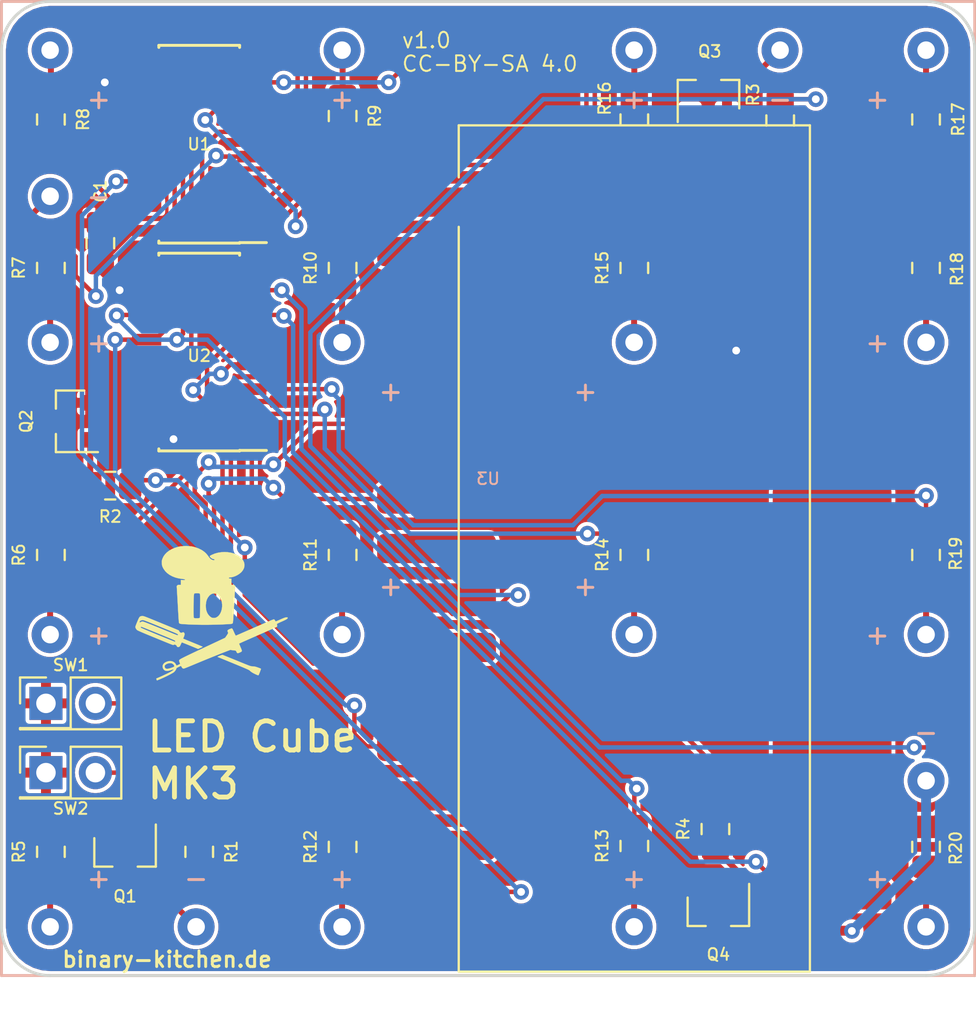
<source format=kicad_pcb>
(kicad_pcb (version 20171130) (host pcbnew 5.0.1)
  (layers (0 F.Cu signal) (31 B.Cu signal) (34 B.Paste user) (35 F.Paste user) (36 B.SilkS user) (37 F.SilkS user) (38 B.Mask user) (39 F.Mask user) (44 Edge.Cuts user))
  (net 0 "")
  (net 1 "Net-(A1-Pad1)")
  (net 2 +3V3)
  (net 3 "Net-(A1-Pad2)")
  (net 4 "Net-(A1-Pad18)")
  (net 5 "Net-(A1-Pad3)")
  (net 6 "Net-(A1-Pad19)")
  (net 7 GND)
  (net 8 "Net-(A1-Pad20)")
  (net 9 "Net-(A1-Pad21)")
  (net 10 "Net-(A1-Pad6)")
  (net 11 "Net-(A1-Pad22)")
  (net 12 "Net-(A1-Pad23)")
  (net 13 "Net-(A1-Pad24)")
  (net 14 "Net-(A1-Pad25)")
  (net 15 "Net-(A1-Pad26)")
  (net 16 +5V)
  (net 17 "Net-(A1-Pad28)")
  (net 18 "Net-(A1-Pad13)")
  (net 19 "Net-(A1-Pad14)")
  (net 20 "Net-(A1-Pad30)")
  (net 21 "Net-(Q1-Pad1)")
  (net 22 "Net-(Q1-Pad3)")
  (net 23 "Net-(Q2-Pad3)")
  (net 24 "Net-(Q2-Pad1)")
  (net 25 "Net-(Q3-Pad1)")
  (net 26 "Net-(Q3-Pad3)")
  (net 27 "Net-(Q4-Pad3)")
  (net 28 "Net-(Q4-Pad1)")
  (net 29 "Net-(R5-Pad1)")
  (net 30 "Net-(R6-Pad1)")
  (net 31 "Net-(R7-Pad1)")
  (net 32 "Net-(R8-Pad1)")
  (net 33 "Net-(R9-Pad1)")
  (net 34 "Net-(R10-Pad1)")
  (net 35 "Net-(R11-Pad1)")
  (net 36 "Net-(R12-Pad1)")
  (net 37 "Net-(R13-Pad1)")
  (net 38 "Net-(R14-Pad1)")
  (net 39 "Net-(R15-Pad1)")
  (net 40 "Net-(R16-Pad1)")
  (net 41 "Net-(R17-Pad1)")
  (net 42 "Net-(R18-Pad1)")
  (net 43 "Net-(R19-Pad1)")
  (net 44 "Net-(R20-Pad1)")
  (net 45 "Net-(U2-Pad9)")
  (net 46 /mosi)
  (net 47 /sr_latch)
  (net 48 /cathode4_enable)
  (net 49 /cathode3_enable)
  (net 50 /cathode2_enable)
  (net 51 /cathode1_enable)
  (net 52 /power_sw)
  (net 53 /scrclk)
  (net 54 /QH*)
  (net 55 LED_1)
  (net 56 LED_2)
  (net 57 LED_3)
  (net 58 LED_4)
  (net 59 LED_5)
  (net 60 LED_6)
  (net 61 LED_7)
  (net 62 LED_8)
  (net 63 LED_9)
  (net 64 LED_10)
  (net 65 LED_11)
  (net 66 LED_12)
  (net 67 LED_13)
  (net 68 LED_14)
  (net 69 LED_15)
  (net 70 /mode_sw)
  (net 71 LED_16)
  (module LED-Cube_MK3:Kitchen_LOGO (layer F.Cu) (at 30.795 46.3945)
    (fp_text reference G*** hide)
    (fp_text value Kitchen_LOGO hide)
  )
  (module LED-Cube_MK3:LED_Cube_5mm_4x4x4 (layer B.Cu) (at 45 40)
    (fp_text reference U3 (at 0 -0.5) (layer B.SilkS) (effects (font (size 0.6 0.6) (thickness 0.1)) (justify mirror)))
    (fp_text value LED_Cube_5mm_4x4x4)
    (fp_text user + (at -20 7.5) (layer B.SilkS) (effects (justify mirror)))
    (fp_text user + (at -20 20) (layer B.SilkS) (effects (justify mirror)))
    (fp_text user + (at -7.5 20) (layer B.SilkS) (effects (justify mirror)))
    (fp_text user + (at 7.5 20) (layer B.SilkS) (effects (justify mirror)))
    (fp_text user + (at 20 20) (layer B.SilkS) (effects (justify mirror)))
    (fp_text user + (at 20 7.5) (layer B.SilkS) (effects (justify mirror)))
    (fp_text user + (at 5 5) (layer B.SilkS) (effects (justify mirror)))
    (fp_text user + (at -5 5) (layer B.SilkS) (effects (justify mirror)))
    (fp_text user + (at -7.5 -20) (layer B.SilkS) (effects (justify mirror)))
    (fp_text user + (at -20 -7.5) (layer B.SilkS) (effects (justify mirror)))
    (fp_text user + (at -5 -5) (layer B.SilkS) (effects (justify mirror)))
    (fp_text user + (at 20 -20) (layer B.SilkS) (effects (justify mirror)))
    (fp_text user + (at -20 -20) (layer B.SilkS) (effects (justify mirror)))
    (fp_text user + (at 5 -5) (layer B.SilkS) (effects (justify mirror)))
    (fp_text user + (at 7.5 -20) (layer B.SilkS) (effects (justify mirror)))
    (fp_text user + (at 20 -7.5) (layer B.SilkS) (effects (justify mirror)))
    (fp_text user - (at 15 -20) (layer B.SilkS) (effects (justify mirror)))
    (fp_text user - (at 22.5 12.5) (layer B.SilkS) (effects (justify mirror)))
    (fp_text user - (at -15 20) (layer B.SilkS) (effects (justify mirror)))
    (fp_text user - (at -20 -15) (layer B.SilkS) (effects (justify mirror)))
    (pad 18 thru_hole circle (at -22.5 -15) (size 1.9 1.9) (drill 0.9) (layers *.Cu *.Mask) (net 23 "Net-(Q2-Pad3)"))
    (pad 17 thru_hole circle (at -15 22.5) (size 1.9 1.9) (drill 0.9) (layers *.Cu *.Mask) (net 22 "Net-(Q1-Pad3)"))
    (pad 20 thru_hole circle (at 22.5 15) (size 1.9 1.9) (drill 0.9) (layers *.Cu *.Mask) (net 27 "Net-(Q4-Pad3)"))
    (pad 19 thru_hole circle (at 15 -22.5) (size 1.9 1.9) (drill 0.9) (layers *.Cu *.Mask) (net 26 "Net-(Q3-Pad3)"))
    (pad 13 thru_hole circle (at 22.5 -22.5) (size 1.9 1.9) (drill 0.9) (layers *.Cu *.Mask) (net 41 "Net-(R17-Pad1)"))
    (pad 12 thru_hole circle (at 7.5 -22.5) (size 1.9 1.9) (drill 0.9) (layers *.Cu *.Mask) (net 40 "Net-(R16-Pad1)"))
    (pad 5 thru_hole circle (at -7.5 -22.5) (size 1.9 1.9) (drill 0.9) (layers *.Cu *.Mask) (net 33 "Net-(R9-Pad1)"))
    (pad 4 thru_hole circle (at -22.5 -22.5) (size 1.9 1.9) (drill 0.9) (layers *.Cu *.Mask) (net 32 "Net-(R8-Pad1)"))
    (pad 1 thru_hole circle (at -22.5 22.5) (size 1.9 1.9) (drill 0.9) (layers *.Cu *.Mask) (net 29 "Net-(R5-Pad1)"))
    (pad 8 thru_hole circle (at -7.5 22.5) (size 1.9 1.9) (drill 0.9) (layers *.Cu *.Mask) (net 36 "Net-(R12-Pad1)"))
    (pad 9 thru_hole circle (at 7.5 22.5) (size 1.9 1.9) (drill 0.9) (layers *.Cu *.Mask) (net 37 "Net-(R13-Pad1)"))
    (pad 16 thru_hole circle (at 22.5 22.5) (size 1.9 1.9) (drill 0.9) (layers *.Cu *.Mask) (net 44 "Net-(R20-Pad1)"))
    (pad 15 thru_hole circle (at 22.5 7.5) (size 1.9 1.9) (drill 0.9) (layers *.Cu *.Mask) (net 43 "Net-(R19-Pad1)"))
    (pad 10 thru_hole circle (at 7.5 7.5) (size 1.9 1.9) (drill 0.9) (layers *.Cu *.Mask) (net 38 "Net-(R14-Pad1)"))
    (pad 7 thru_hole circle (at -7.5 7.5) (size 1.9 1.9) (drill 0.9) (layers *.Cu *.Mask) (net 35 "Net-(R11-Pad1)"))
    (pad 2 thru_hole circle (at -22.5 7.5) (size 1.9 1.9) (drill 0.9) (layers *.Cu *.Mask) (net 30 "Net-(R6-Pad1)"))
    (pad 3 thru_hole circle (at -22.5 -7.5) (size 1.9 1.9) (drill 0.9) (layers *.Cu *.Mask) (net 31 "Net-(R7-Pad1)"))
    (pad 14 thru_hole circle (at 22.5 -7.5) (size 1.9 1.9) (drill 0.9) (layers *.Cu *.Mask) (net 42 "Net-(R18-Pad1)"))
    (pad 11 thru_hole circle (at 7.5 -7.5) (size 1.9 1.9) (drill 0.9) (layers *.Cu *.Mask) (net 39 "Net-(R15-Pad1)"))
    (pad 6 thru_hole circle (at -7.5 -7.5) (size 1.9 1.9) (drill 0.9) (layers *.Cu *.Mask) (net 34 "Net-(R10-Pad1)"))
  )
  (module Capacitor_SMD:C_0805_2012Metric_Pad1.15x1.40mm_HandSolder (layer F.Cu) (at 25.08 27.408 90)
    (fp_text reference C1 (at 2.667 0 90) (layer F.SilkS) (effects (font (size 0.6 0.6) (thickness 0.1))))
    (fp_text value C)
    (pad 2 smd roundrect (at 1.025 0 90) (size 1.15 1.4) (layers F.Cu F.Paste F.Mask) (roundrect_rratio 0.217391) (net 7 GND))
    (pad 1 smd roundrect (at -1.025 0 90) (size 1.15 1.4) (layers F.Cu F.Paste F.Mask) (roundrect_rratio 0.217391) (net 16 +5V))
  )
  (module Package_TO_SOT_SMD:SOT-23 (layer F.Cu) (at 26.35 58.65 270)
    (fp_text reference Q1 (at 2.286 0) (layer F.SilkS) (effects (font (size 0.6 0.6) (thickness 0.1))))
    (fp_text value 2N7002)
    (pad 3 smd rect (at 1 0 270) (size 0.9 0.8) (layers F.Cu F.Paste F.Mask) (net 22 "Net-(Q1-Pad3)"))
    (pad 2 smd rect (at -1 0.95 270) (size 0.9 0.8) (layers F.Cu F.Paste F.Mask) (net 7 GND))
    (pad 1 smd rect (at -1 -0.95 270) (size 0.9 0.8) (layers F.Cu F.Paste F.Mask) (net 21 "Net-(Q1-Pad1)"))
  )
  (module Package_TO_SOT_SMD:SOT-23 (layer F.Cu) (at 23.556 36.552 180)
    (fp_text reference Q2 (at 2.286 0 270) (layer F.SilkS) (effects (font (size 0.6 0.6) (thickness 0.1))))
    (fp_text value 2N7002)
    (pad 3 smd rect (at 1 0 180) (size 0.9 0.8) (layers F.Cu F.Paste F.Mask) (net 23 "Net-(Q2-Pad3)"))
    (pad 2 smd rect (at -1 0.95 180) (size 0.9 0.8) (layers F.Cu F.Paste F.Mask) (net 7 GND))
    (pad 1 smd rect (at -1 -0.95 180) (size 0.9 0.8) (layers F.Cu F.Paste F.Mask) (net 24 "Net-(Q2-Pad1)"))
  )
  (module Package_TO_SOT_SMD:SOT-23 (layer F.Cu) (at 56.322 19.788 90)
    (fp_text reference Q3 (at 2.2225 0.0635 180) (layer F.SilkS) (effects (font (size 0.6 0.6) (thickness 0.1))))
    (fp_text value 2N7002)
    (pad 3 smd rect (at 1 0 90) (size 0.9 0.8) (layers F.Cu F.Paste F.Mask) (net 26 "Net-(Q3-Pad3)"))
    (pad 2 smd rect (at -1 0.95 90) (size 0.9 0.8) (layers F.Cu F.Paste F.Mask) (net 7 GND))
    (pad 1 smd rect (at -1 -0.95 90) (size 0.9 0.8) (layers F.Cu F.Paste F.Mask) (net 25 "Net-(Q3-Pad1)"))
  )
  (module Package_TO_SOT_SMD:SOT-23 (layer F.Cu) (at 56.83 61.698 270)
    (fp_text reference Q4 (at 2.2225 0) (layer F.SilkS) (effects (font (size 0.6 0.6) (thickness 0.1))))
    (fp_text value 2N7002)
    (pad 3 smd rect (at 1 0 270) (size 0.9 0.8) (layers F.Cu F.Paste F.Mask) (net 27 "Net-(Q4-Pad3)"))
    (pad 2 smd rect (at -1 0.95 270) (size 0.9 0.8) (layers F.Cu F.Paste F.Mask) (net 7 GND))
    (pad 1 smd rect (at -1 -0.95 270) (size 0.9 0.8) (layers F.Cu F.Paste F.Mask) (net 28 "Net-(Q4-Pad1)"))
  )
  (module Resistor_SMD:R_0805_2012Metric_Pad1.15x1.40mm_HandSolder (layer F.Cu) (at 30.16 58.65 270)
    (fp_text reference R1 (at 0 -1.65 270) (layer F.SilkS) (effects (font (size 0.6 0.6) (thickness 0.1))))
    (fp_text value R)
    (pad 2 smd roundrect (at 1.025 0 270) (size 1.15 1.4) (layers F.Cu F.Paste F.Mask) (roundrect_rratio 0.217391) (net 48 /cathode4_enable))
    (pad 1 smd roundrect (at -1.025 0 270) (size 1.15 1.4) (layers F.Cu F.Paste F.Mask) (roundrect_rratio 0.217391) (net 21 "Net-(Q1-Pad1)"))
  )
  (module Resistor_SMD:R_0805_2012Metric_Pad1.15x1.40mm_HandSolder (layer F.Cu) (at 25.588 39.854)
    (fp_text reference R2 (at 0 1.5875) (layer F.SilkS) (effects (font (size 0.6 0.6) (thickness 0.1))))
    (fp_text value R)
    (pad 2 smd roundrect (at 1.025 0) (size 1.15 1.4) (layers F.Cu F.Paste F.Mask) (roundrect_rratio 0.217391) (net 49 /cathode3_enable))
    (pad 1 smd roundrect (at -1.025 0) (size 1.15 1.4) (layers F.Cu F.Paste F.Mask) (roundrect_rratio 0.217391) (net 24 "Net-(Q2-Pad1)"))
  )
  (module Resistor_SMD:R_0805_2012Metric_Pad1.15x1.40mm_HandSolder (layer F.Cu) (at 60.005 21.1088 90)
    (fp_text reference R3 (at 1.3208 -1.397 90) (layer F.SilkS) (effects (font (size 0.6 0.6) (thickness 0.1))))
    (fp_text value R)
    (pad 2 smd roundrect (at 1.025 0 90) (size 1.15 1.4) (layers F.Cu F.Paste F.Mask) (roundrect_rratio 0.217391) (net 50 /cathode2_enable))
    (pad 1 smd roundrect (at -1.025 0 90) (size 1.15 1.4) (layers F.Cu F.Paste F.Mask) (roundrect_rratio 0.217391) (net 25 "Net-(Q3-Pad1)"))
  )
  (module Resistor_SMD:R_0805_2012Metric_Pad1.15x1.40mm_HandSolder (layer F.Cu) (at 56.6776 57.4816 90)
    (fp_text reference R4 (at 0 -1.65 90) (layer F.SilkS) (effects (font (size 0.6 0.6) (thickness 0.1))))
    (fp_text value R)
    (pad 2 smd roundrect (at 1.025 0 90) (size 1.15 1.4) (layers F.Cu F.Paste F.Mask) (roundrect_rratio 0.217391) (net 51 /cathode1_enable))
    (pad 1 smd roundrect (at -1.025 0 90) (size 1.15 1.4) (layers F.Cu F.Paste F.Mask) (roundrect_rratio 0.217391) (net 28 "Net-(Q4-Pad1)"))
  )
  (module Resistor_SMD:R_0805_2012Metric_Pad1.15x1.40mm_HandSolder (layer F.Cu) (at 22.54 58.65 90)
    (fp_text reference R5 (at 0 -1.65 90) (layer F.SilkS) (effects (font (size 0.6 0.6) (thickness 0.1))))
    (fp_text value R)
    (pad 2 smd roundrect (at 1.025 0 90) (size 1.15 1.4) (layers F.Cu F.Paste F.Mask) (roundrect_rratio 0.217391) (net 67 LED_13))
    (pad 1 smd roundrect (at -1.025 0 90) (size 1.15 1.4) (layers F.Cu F.Paste F.Mask) (roundrect_rratio 0.217391) (net 29 "Net-(R5-Pad1)"))
  )
  (module Resistor_SMD:R_0805_2012Metric_Pad1.15x1.40mm_HandSolder (layer F.Cu) (at 22.54 43.41 90)
    (fp_text reference R6 (at 0 -1.65 90) (layer F.SilkS) (effects (font (size 0.6 0.6) (thickness 0.1))))
    (fp_text value R)
    (pad 2 smd roundrect (at 1.025 0 90) (size 1.15 1.4) (layers F.Cu F.Paste F.Mask) (roundrect_rratio 0.217391) (net 63 LED_9))
    (pad 1 smd roundrect (at -1.025 0 90) (size 1.15 1.4) (layers F.Cu F.Paste F.Mask) (roundrect_rratio 0.217391) (net 30 "Net-(R6-Pad1)"))
  )
  (module Resistor_SMD:R_0805_2012Metric_Pad1.15x1.40mm_HandSolder (layer F.Cu) (at 22.54 28.678 90)
    (fp_text reference R7 (at 0 -1.65 90) (layer F.SilkS) (effects (font (size 0.6 0.6) (thickness 0.1))))
    (fp_text value R)
    (pad 2 smd roundrect (at 1.025 0 90) (size 1.15 1.4) (layers F.Cu F.Paste F.Mask) (roundrect_rratio 0.217391) (net 59 LED_5))
    (pad 1 smd roundrect (at -1.025 0 90) (size 1.15 1.4) (layers F.Cu F.Paste F.Mask) (roundrect_rratio 0.217391) (net 31 "Net-(R7-Pad1)"))
  )
  (module Resistor_SMD:R_0805_2012Metric_Pad1.15x1.40mm_HandSolder (layer F.Cu) (at 22.54 21.058 270)
    (fp_text reference R8 (at 0 -1.65 270) (layer F.SilkS) (effects (font (size 0.6 0.6) (thickness 0.1))))
    (fp_text value R)
    (pad 2 smd roundrect (at 1.025 0 270) (size 1.15 1.4) (layers F.Cu F.Paste F.Mask) (roundrect_rratio 0.217391) (net 55 LED_1))
    (pad 1 smd roundrect (at -1.025 0 270) (size 1.15 1.4) (layers F.Cu F.Paste F.Mask) (roundrect_rratio 0.217391) (net 32 "Net-(R8-Pad1)"))
  )
  (module Resistor_SMD:R_0805_2012Metric_Pad1.15x1.40mm_HandSolder (layer F.Cu) (at 37.526 20.8802 270)
    (fp_text reference R9 (at 0 -1.65 270) (layer F.SilkS) (effects (font (size 0.6 0.6) (thickness 0.1))))
    (fp_text value R)
    (pad 2 smd roundrect (at 1.025 0 270) (size 1.15 1.4) (layers F.Cu F.Paste F.Mask) (roundrect_rratio 0.217391) (net 56 LED_2))
    (pad 1 smd roundrect (at -1.025 0 270) (size 1.15 1.4) (layers F.Cu F.Paste F.Mask) (roundrect_rratio 0.217391) (net 33 "Net-(R9-Pad1)"))
  )
  (module Resistor_SMD:R_0805_2012Metric_Pad1.15x1.40mm_HandSolder (layer F.Cu) (at 37.526 28.678 90)
    (fp_text reference R10 (at 0 -1.65 90) (layer F.SilkS) (effects (font (size 0.6 0.6) (thickness 0.1))))
    (fp_text value R)
    (pad 2 smd roundrect (at 1.025 0 90) (size 1.15 1.4) (layers F.Cu F.Paste F.Mask) (roundrect_rratio 0.217391) (net 60 LED_6))
    (pad 1 smd roundrect (at -1.025 0 90) (size 1.15 1.4) (layers F.Cu F.Paste F.Mask) (roundrect_rratio 0.217391) (net 34 "Net-(R10-Pad1)"))
  )
  (module Resistor_SMD:R_0805_2012Metric_Pad1.15x1.40mm_HandSolder (layer F.Cu) (at 37.526 43.41 90)
    (fp_text reference R11 (at 0 -1.65 90) (layer F.SilkS) (effects (font (size 0.6 0.6) (thickness 0.1))))
    (fp_text value R)
    (pad 2 smd roundrect (at 1.025 0 90) (size 1.15 1.4) (layers F.Cu F.Paste F.Mask) (roundrect_rratio 0.217391) (net 64 LED_10))
    (pad 1 smd roundrect (at -1.025 0 90) (size 1.15 1.4) (layers F.Cu F.Paste F.Mask) (roundrect_rratio 0.217391) (net 35 "Net-(R11-Pad1)"))
  )
  (module Resistor_SMD:R_0805_2012Metric_Pad1.15x1.40mm_HandSolder (layer F.Cu) (at 37.526 58.396 90)
    (fp_text reference R12 (at 0 -1.65 90) (layer F.SilkS) (effects (font (size 0.6 0.6) (thickness 0.1))))
    (fp_text value R)
    (pad 2 smd roundrect (at 1.025 0 90) (size 1.15 1.4) (layers F.Cu F.Paste F.Mask) (roundrect_rratio 0.217391) (net 68 LED_14))
    (pad 1 smd roundrect (at -1.025 0 90) (size 1.15 1.4) (layers F.Cu F.Paste F.Mask) (roundrect_rratio 0.217391) (net 36 "Net-(R12-Pad1)"))
  )
  (module Resistor_SMD:R_0805_2012Metric_Pad1.15x1.40mm_HandSolder (layer F.Cu) (at 52.512 58.35 90)
    (fp_text reference R13 (at 0 -1.65 90) (layer F.SilkS) (effects (font (size 0.6 0.6) (thickness 0.1))))
    (fp_text value R)
    (pad 2 smd roundrect (at 1.025 0 90) (size 1.15 1.4) (layers F.Cu F.Paste F.Mask) (roundrect_rratio 0.217391) (net 69 LED_15))
    (pad 1 smd roundrect (at -1.025 0 90) (size 1.15 1.4) (layers F.Cu F.Paste F.Mask) (roundrect_rratio 0.217391) (net 37 "Net-(R13-Pad1)"))
  )
  (module Resistor_SMD:R_0805_2012Metric_Pad1.15x1.40mm_HandSolder (layer F.Cu) (at 52.512 43.41 90)
    (fp_text reference R14 (at 0 -1.65 90) (layer F.SilkS) (effects (font (size 0.6 0.6) (thickness 0.1))))
    (fp_text value R)
    (pad 2 smd roundrect (at 1.025 0 90) (size 1.15 1.4) (layers F.Cu F.Paste F.Mask) (roundrect_rratio 0.217391) (net 65 LED_11))
    (pad 1 smd roundrect (at -1.025 0 90) (size 1.15 1.4) (layers F.Cu F.Paste F.Mask) (roundrect_rratio 0.217391) (net 38 "Net-(R14-Pad1)"))
  )
  (module Resistor_SMD:R_0805_2012Metric_Pad1.15x1.40mm_HandSolder (layer F.Cu) (at 52.512 28.678 90)
    (fp_text reference R15 (at 0 -1.65 90) (layer F.SilkS) (effects (font (size 0.6 0.6) (thickness 0.1))))
    (fp_text value R)
    (pad 2 smd roundrect (at 1.025 0 90) (size 1.15 1.4) (layers F.Cu F.Paste F.Mask) (roundrect_rratio 0.217391) (net 61 LED_7))
    (pad 1 smd roundrect (at -1.025 0 90) (size 1.15 1.4) (layers F.Cu F.Paste F.Mask) (roundrect_rratio 0.217391) (net 39 "Net-(R15-Pad1)"))
  )
  (module Resistor_SMD:R_0805_2012Metric_Pad1.15x1.40mm_HandSolder (layer F.Cu) (at 52.512 21.058 270)
    (fp_text reference R16 (at -1.0795 1.524 270) (layer F.SilkS) (effects (font (size 0.6 0.6) (thickness 0.1))))
    (fp_text value R)
    (pad 2 smd roundrect (at 1.025 0 270) (size 1.15 1.4) (layers F.Cu F.Paste F.Mask) (roundrect_rratio 0.217391) (net 57 LED_3))
    (pad 1 smd roundrect (at -1.025 0 270) (size 1.15 1.4) (layers F.Cu F.Paste F.Mask) (roundrect_rratio 0.217391) (net 40 "Net-(R16-Pad1)"))
  )
  (module Resistor_SMD:R_0805_2012Metric_Pad1.15x1.40mm_HandSolder (layer F.Cu) (at 67.498 21.058 270)
    (fp_text reference R17 (at 0 -1.65 270) (layer F.SilkS) (effects (font (size 0.6 0.6) (thickness 0.1))))
    (fp_text value R)
    (pad 2 smd roundrect (at 1.025 0 270) (size 1.15 1.4) (layers F.Cu F.Paste F.Mask) (roundrect_rratio 0.217391) (net 58 LED_4))
    (pad 1 smd roundrect (at -1.025 0 270) (size 1.15 1.4) (layers F.Cu F.Paste F.Mask) (roundrect_rratio 0.217391) (net 41 "Net-(R17-Pad1)"))
  )
  (module Resistor_SMD:R_0805_2012Metric_Pad1.15x1.40mm_HandSolder (layer F.Cu) (at 67.498 28.678 90)
    (fp_text reference R18 (at -0.0635 1.5875 90) (layer F.SilkS) (effects (font (size 0.6 0.6) (thickness 0.1))))
    (fp_text value R)
    (pad 2 smd roundrect (at 1.025 0 90) (size 1.15 1.4) (layers F.Cu F.Paste F.Mask) (roundrect_rratio 0.217391) (net 62 LED_8))
    (pad 1 smd roundrect (at -1.025 0 90) (size 1.15 1.4) (layers F.Cu F.Paste F.Mask) (roundrect_rratio 0.217391) (net 42 "Net-(R18-Pad1)"))
  )
  (module Resistor_SMD:R_0805_2012Metric_Pad1.15x1.40mm_HandSolder (layer F.Cu) (at 67.498 43.41 90)
    (fp_text reference R19 (at 0.0635 1.524 90) (layer F.SilkS) (effects (font (size 0.6 0.6) (thickness 0.1))))
    (fp_text value R)
    (pad 2 smd roundrect (at 1.025 0 90) (size 1.15 1.4) (layers F.Cu F.Paste F.Mask) (roundrect_rratio 0.217391) (net 66 LED_12))
    (pad 1 smd roundrect (at -1.025 0 90) (size 1.15 1.4) (layers F.Cu F.Paste F.Mask) (roundrect_rratio 0.217391) (net 43 "Net-(R19-Pad1)"))
  )
  (module Resistor_SMD:R_0805_2012Metric_Pad1.15x1.40mm_HandSolder (layer F.Cu) (at 67.498 58.396 90)
    (fp_text reference R20 (at -0.0635 1.524 90) (layer F.SilkS) (effects (font (size 0.6 0.6) (thickness 0.1))))
    (fp_text value R)
    (pad 2 smd roundrect (at 1.025 0 90) (size 1.15 1.4) (layers F.Cu F.Paste F.Mask) (roundrect_rratio 0.217391) (net 71 LED_16))
    (pad 1 smd roundrect (at -1.025 0 90) (size 1.15 1.4) (layers F.Cu F.Paste F.Mask) (roundrect_rratio 0.217391) (net 44 "Net-(R20-Pad1)"))
  )
  (module Connector_PinHeader_2.54mm:PinHeader_2x01_P2.54mm_Vertical (layer F.Cu) (at 22.286 51.03)
    (fp_text reference SW1 (at 1.27 -1.9685) (layer F.SilkS) (effects (font (size 0.6 0.6) (thickness 0.1))))
    (fp_text value SW_Push)
    (pad 2 thru_hole oval (at 2.54 0) (size 1.7 1.7) (drill 1) (layers *.Cu *.Mask) (net 52 /power_sw))
    (pad 1 thru_hole rect (at 0 0) (size 1.7 1.7) (drill 1) (layers *.Cu *.Mask) (net 7 GND))
  )
  (module Connector_PinHeader_2.54mm:PinHeader_2x01_P2.54mm_Vertical (layer F.Cu) (at 22.286 54.586)
    (fp_text reference SW2 (at 1.27 1.8415) (layer F.SilkS) (effects (font (size 0.6 0.6) (thickness 0.1))))
    (fp_text value SW_Push)
    (pad 2 thru_hole oval (at 2.54 0) (size 1.7 1.7) (drill 1) (layers *.Cu *.Mask) (net 70 /mode_sw))
    (pad 1 thru_hole rect (at 0 0) (size 1.7 1.7) (drill 1) (layers *.Cu *.Mask) (net 7 GND))
  )
  (module Package_SO:SOIC-16_3.9x9.9mm_P1.27mm (layer F.Cu) (at 30.16 22.328 180)
    (fp_text reference U1 (at 0 0 180) (layer F.SilkS) (effects (font (size 0.6 0.6) (thickness 0.1))))
    (fp_text value 74HC595)
    (pad 16 smd rect (at 2.7 -4.445 180) (size 1.5 0.6) (layers F.Cu F.Paste F.Mask) (net 16 +5V))
    (pad 15 smd rect (at 2.7 -3.175 180) (size 1.5 0.6) (layers F.Cu F.Paste F.Mask) (net 55 LED_1))
    (pad 14 smd rect (at 2.7 -1.905 180) (size 1.5 0.6) (layers F.Cu F.Paste F.Mask) (net 46 /mosi))
    (pad 13 smd rect (at 2.7 -0.635 180) (size 1.5 0.6) (layers F.Cu F.Paste F.Mask) (net 7 GND))
    (pad 12 smd rect (at 2.7 0.635 180) (size 1.5 0.6) (layers F.Cu F.Paste F.Mask) (net 47 /sr_latch))
    (pad 11 smd rect (at 2.7 1.905 180) (size 1.5 0.6) (layers F.Cu F.Paste F.Mask) (net 53 /scrclk))
    (pad 10 smd rect (at 2.7 3.175 180) (size 1.5 0.6) (layers F.Cu F.Paste F.Mask) (net 16 +5V))
    (pad 9 smd rect (at 2.7 4.445 180) (size 1.5 0.6) (layers F.Cu F.Paste F.Mask) (net 54 /QH*))
    (pad 8 smd rect (at -2.7 4.445 180) (size 1.5 0.6) (layers F.Cu F.Paste F.Mask) (net 7 GND))
    (pad 7 smd rect (at -2.7 3.175 180) (size 1.5 0.6) (layers F.Cu F.Paste F.Mask) (net 62 LED_8))
    (pad 6 smd rect (at -2.7 1.905 180) (size 1.5 0.6) (layers F.Cu F.Paste F.Mask) (net 61 LED_7))
    (pad 5 smd rect (at -2.7 0.635 180) (size 1.5 0.6) (layers F.Cu F.Paste F.Mask) (net 60 LED_6))
    (pad 4 smd rect (at -2.7 -0.635 180) (size 1.5 0.6) (layers F.Cu F.Paste F.Mask) (net 59 LED_5))
    (pad 3 smd rect (at -2.7 -1.905 180) (size 1.5 0.6) (layers F.Cu F.Paste F.Mask) (net 58 LED_4))
    (pad 2 smd rect (at -2.7 -3.175 180) (size 1.5 0.6) (layers F.Cu F.Paste F.Mask) (net 57 LED_3))
    (pad 1 smd rect (at -2.7 -4.445 180) (size 1.5 0.6) (layers F.Cu F.Paste F.Mask) (net 56 LED_2))
  )
  (module Package_SO:SOIC-16_3.9x9.9mm_P1.27mm (layer F.Cu) (at 30.16 32.996 180)
    (fp_text reference U2 (at 0 -0.1905 180) (layer F.SilkS) (effects (font (size 0.6 0.6) (thickness 0.1))))
    (fp_text value 74HC595)
    (pad 16 smd rect (at 2.7 -4.445 180) (size 1.5 0.6) (layers F.Cu F.Paste F.Mask) (net 16 +5V))
    (pad 15 smd rect (at 2.7 -3.175 180) (size 1.5 0.6) (layers F.Cu F.Paste F.Mask) (net 63 LED_9))
    (pad 14 smd rect (at 2.7 -1.905 180) (size 1.5 0.6) (layers F.Cu F.Paste F.Mask) (net 54 /QH*))
    (pad 13 smd rect (at 2.7 -0.635 180) (size 1.5 0.6) (layers F.Cu F.Paste F.Mask) (net 7 GND))
    (pad 12 smd rect (at 2.7 0.635 180) (size 1.5 0.6) (layers F.Cu F.Paste F.Mask) (net 47 /sr_latch))
    (pad 11 smd rect (at 2.7 1.905 180) (size 1.5 0.6) (layers F.Cu F.Paste F.Mask) (net 53 /scrclk))
    (pad 10 smd rect (at 2.7 3.175 180) (size 1.5 0.6) (layers F.Cu F.Paste F.Mask) (net 16 +5V))
    (pad 9 smd rect (at 2.7 4.445 180) (size 1.5 0.6) (layers F.Cu F.Paste F.Mask) (net 45 "Net-(U2-Pad9)"))
    (pad 8 smd rect (at -2.7 4.445 180) (size 1.5 0.6) (layers F.Cu F.Paste F.Mask) (net 7 GND))
    (pad 7 smd rect (at -2.7 3.175 180) (size 1.5 0.6) (layers F.Cu F.Paste F.Mask) (net 71 LED_16))
    (pad 6 smd rect (at -2.7 1.905 180) (size 1.5 0.6) (layers F.Cu F.Paste F.Mask) (net 69 LED_15))
    (pad 5 smd rect (at -2.7 0.635 180) (size 1.5 0.6) (layers F.Cu F.Paste F.Mask) (net 68 LED_14))
    (pad 4 smd rect (at -2.7 -0.635 180) (size 1.5 0.6) (layers F.Cu F.Paste F.Mask) (net 67 LED_13))
    (pad 3 smd rect (at -2.7 -1.905 180) (size 1.5 0.6) (layers F.Cu F.Paste F.Mask) (net 66 LED_12))
    (pad 2 smd rect (at -2.7 -3.175 180) (size 1.5 0.6) (layers F.Cu F.Paste F.Mask) (net 65 LED_11))
    (pad 1 smd rect (at -2.7 -4.445 180) (size 1.5 0.6) (layers F.Cu F.Paste F.Mask) (net 64 LED_10))
  )
  (module LED-Cube_MK3:Arduino_Nano_SMD (layer F.Cu) (at 44.892 25.3)
    (fp_text reference A1 hide)
    (fp_text value Arduino_Nano_v3.x)
    (pad 16 smd roundrect (at 17.78 35.56) (size 6.1 1.5) (layers F.Cu F.Paste F.Mask) (net 53 /scrclk))
    (pad 17 smd roundrect (at 17.78 33.02) (size 6.1 1.5) (layers F.Cu F.Paste F.Mask) (net 2 +3V3))
    (pad 18 smd roundrect (at 17.78 30.48) (size 6.1 1.5) (layers F.Cu F.Paste F.Mask) (net 4 "Net-(A1-Pad18)"))
    (pad 19 smd roundrect (at 17.78 27.94) (size 6.1 1.5) (layers F.Cu F.Paste F.Mask) (net 6 "Net-(A1-Pad19)"))
    (pad 20 smd roundrect (at 17.78 25.4) (size 6.1 1.5) (layers F.Cu F.Paste F.Mask) (net 8 "Net-(A1-Pad20)"))
    (pad 21 smd roundrect (at 17.78 22.86) (size 6.1 1.5) (layers F.Cu F.Paste F.Mask) (net 9 "Net-(A1-Pad21)"))
    (pad 22 smd roundrect (at 17.78 20.32) (size 6.1 1.5) (layers F.Cu F.Paste F.Mask) (net 11 "Net-(A1-Pad22)"))
    (pad 23 smd roundrect (at 17.78 17.78) (size 6.1 1.5) (layers F.Cu F.Paste F.Mask) (net 12 "Net-(A1-Pad23)"))
    (pad 24 smd roundrect (at 17.78 15.24) (size 6.1 1.5) (layers F.Cu F.Paste F.Mask) (net 13 "Net-(A1-Pad24)"))
    (pad 25 smd roundrect (at 17.78 12.7) (size 6.1 1.5) (layers F.Cu F.Paste F.Mask) (net 14 "Net-(A1-Pad25)"))
    (pad 26 smd roundrect (at 17.78 10.16) (size 6.1 1.5) (layers F.Cu F.Paste F.Mask) (net 15 "Net-(A1-Pad26)"))
    (pad 27 smd roundrect (at 17.78 7.62) (size 6.1 1.5) (layers F.Cu F.Paste F.Mask) (net 16 +5V))
    (pad 28 smd roundrect (at 17.78 5.08) (size 6.1 1.5) (layers F.Cu F.Paste F.Mask) (net 17 "Net-(A1-Pad28)"))
    (pad 29 smd roundrect (at 17.78 2.54) (size 6.1 1.5) (layers F.Cu F.Paste F.Mask) (net 7 GND))
    (pad 30 smd roundrect (at 17.78 0) (size 6.1 1.5) (layers F.Cu F.Paste F.Mask) (net 20 "Net-(A1-Pad30)"))
    (pad 1 smd roundrect (at -2.54 0) (size 6.1 1.5) (layers F.Cu F.Paste F.Mask) (net 1 "Net-(A1-Pad1)"))
    (pad 2 smd roundrect (at -2.54 2.54) (size 6.1 1.5) (layers F.Cu F.Paste F.Mask) (net 3 "Net-(A1-Pad2)"))
    (pad 3 smd roundrect (at -2.54 5.08) (size 6.1 1.5) (layers F.Cu F.Paste F.Mask) (net 5 "Net-(A1-Pad3)"))
    (pad 4 smd roundrect (at -2.54 7.62) (size 6.1 1.5) (layers F.Cu F.Paste F.Mask) (net 7 GND))
    (pad 5 smd roundrect (at -2.54 10.16) (size 6.1 1.5) (layers F.Cu F.Paste F.Mask) (net 52 /power_sw))
    (pad 6 smd roundrect (at -2.54 12.7) (size 6.1 1.5) (layers F.Cu F.Paste F.Mask) (net 10 "Net-(A1-Pad6)"))
    (pad 7 smd roundrect (at -2.54 15.24) (size 6.1 1.5) (layers F.Cu F.Paste F.Mask) (net 70 /mode_sw))
    (pad 8 smd roundrect (at -2.54 17.78) (size 6.1 1.5) (layers F.Cu F.Paste F.Mask) (net 51 /cathode1_enable))
    (pad 9 smd roundrect (at -2.54 20.32) (size 6.1 1.5) (layers F.Cu F.Paste F.Mask) (net 50 /cathode2_enable))
    (pad 10 smd roundrect (at -2.54 22.86) (size 6.1 1.5) (layers F.Cu F.Paste F.Mask) (net 49 /cathode3_enable))
    (pad 11 smd roundrect (at -2.54 25.4) (size 6.1 1.5) (layers F.Cu F.Paste F.Mask) (net 48 /cathode4_enable))
    (pad 12 smd roundrect (at -2.54 27.94) (size 6.1 1.5) (layers F.Cu F.Paste F.Mask) (net 47 /sr_latch))
    (pad 13 smd roundrect (at -2.54 30.48) (size 6.1 1.5) (layers F.Cu F.Paste F.Mask) (net 18 "Net-(A1-Pad13)"))
    (pad 14 smd roundrect (at -2.54 33.02) (size 6.1 1.5) (layers F.Cu F.Paste F.Mask) (net 19 "Net-(A1-Pad14)"))
    (pad 15 smd roundrect (at -2.54 35.56) (size 6.1 1.5) (layers F.Cu F.Paste F.Mask) (net 46 /mosi))
  )
  (gr_text binary-kitchen.de (at 28.509 64.1745) (layer F.SilkS) (effects (font (size 0.8 0.8))))
  (gr_text "CC-BY-SA 4.0" (at 40.5105 18.2005) (layer F.SilkS) (effects (font (size 0.8 0.8) (thickness 0.1)) (justify left)))
  (gr_text v1.0 (at 40.5105 16.994) (layer F.SilkS) (effects (font (size 0.8 0.8) (thickness 0.1)) (justify left)))
  (gr_text "LED Cube\nMK3" (at 27.366 53.951) (layer F.SilkS) (effects (font (size 1.5 1.5) (thickness 0.25)) (justify left)))
  (gr_arc (start 22.5 17.5) (end 22.5 15) (angle -90) (layer Edge.Cuts) (width 0.15))
  (gr_arc (start 22.5 62.5) (end 20 62.5) (angle -90) (layer Edge.Cuts) (width 0.15))
  (gr_arc (start 67.5 62.5) (end 67.5 65) (angle -90) (layer Edge.Cuts) (width 0.15))
  (gr_arc (start 67.5 17.5) (end 70 17.5) (angle -90) (layer Edge.Cuts) (width 0.15))
  (gr_line (start 20 62.5) (end 20 17.5) (layer Edge.Cuts) (width 0.15))
  (gr_line (start 67.5 65) (end 22.5 65) (layer Edge.Cuts) (width 0.15))
  (gr_line (start 70 17.5) (end 70 62.5) (layer Edge.Cuts) (width 0.15))
  (gr_line (start 22.5 15) (end 67.5 15) (layer Edge.Cuts) (width 0.15))
  (via (at 26.0706 29.821) (size 0.8) (drill 0.4) (layers F.Cu B.Cu) (net 16))
  (segment (start 27.46 29.821) (end 26.0706 29.821) (width 0.2286) (layer F.Cu) (net 16))
  (via (at 57.7444 32.9198) (size 0.8) (drill 0.4) (layers F.Cu B.Cu) (net 16))
  (segment (start 62.672 32.92) (end 57.7446 32.92) (width 1.27) (layer F.Cu) (net 16))
  (segment (start 57.7446 32.92) (end 57.7444 32.9198) (width 1.27) (layer F.Cu) (net 16))
  (segment (start 25.08 28.8304) (end 26.0706 29.821) (width 0.3048) (layer F.Cu) (net 16))
  (segment (start 25.08 28.433) (end 25.08 28.8304) (width 0.3048) (layer F.Cu) (net 16))
  (segment (start 25.703372 27.809628) (end 25.08 28.433) (width 0.3048) (layer F.Cu) (net 16))
  (segment (start 26.74 26.773) (end 25.703372 27.809628) (width 0.3048) (layer F.Cu) (net 16))
  (segment (start 27.46 26.773) (end 26.74 26.773) (width 0.3048) (layer F.Cu) (net 16))
  (via (at 28.8392 37.4664) (size 0.8) (drill 0.4) (layers F.Cu B.Cu) (net 16))
  (segment (start 27.46 37.441) (end 28.8138 37.441) (width 0.3048) (layer F.Cu) (net 16))
  (segment (start 28.8138 37.441) (end 28.8392 37.4664) (width 0.3048) (layer F.Cu) (net 16))
  (via (at 25.3086 19.153) (size 0.8) (drill 0.4) (layers F.Cu B.Cu) (net 16))
  (segment (start 27.46 19.153) (end 25.3086 19.153) (width 0.2286) (layer F.Cu) (net 16))
  (segment (start 30.135 57.65) (end 30.16 57.625) (width 0.3048) (layer F.Cu) (net 21))
  (segment (start 27.3 57.65) (end 30.135 57.65) (width 0.3048) (layer F.Cu) (net 21))
  (segment (start 27.15 59.65) (end 26.35 59.65) (width 0.3048) (layer F.Cu) (net 22))
  (segment (start 30 62.5) (end 27.15 59.65) (width 0.3048) (layer F.Cu) (net 22))
  (segment (start 22.556 35.8472) (end 22.556 36.552) (width 0.3048) (layer F.Cu) (net 23))
  (segment (start 21.197599 34.488799) (end 22.556 35.8472) (width 0.3048) (layer F.Cu) (net 23))
  (segment (start 21.197599 26.302401) (end 21.197599 34.488799) (width 0.3048) (layer F.Cu) (net 23))
  (segment (start 22.5 25) (end 21.197599 26.302401) (width 0.3048) (layer F.Cu) (net 23))
  (segment (start 24.563 37.509) (end 24.556 37.502) (width 0.3048) (layer F.Cu) (net 24))
  (segment (start 24.563 39.854) (end 24.563 37.509) (width 0.3048) (layer F.Cu) (net 24))
  (segment (start 59.205 22.1338) (end 60.005 22.1338) (width 0.2286) (layer F.Cu) (net 25))
  (segment (start 56.0392 22.1338) (end 59.205 22.1338) (width 0.2286) (layer F.Cu) (net 25))
  (segment (start 55.372 21.4666) (end 56.0392 22.1338) (width 0.2286) (layer F.Cu) (net 25))
  (segment (start 55.372 20.788) (end 55.372 21.4666) (width 0.2286) (layer F.Cu) (net 25))
  (segment (start 58.712 18.788) (end 60 17.5) (width 0.3048) (layer F.Cu) (net 26))
  (segment (start 56.322 18.788) (end 58.712 18.788) (width 0.3048) (layer F.Cu) (net 26))
  (via (at 63.688 62.714) (size 0.8) (drill 0.4) (layers F.Cu B.Cu) (net 27))
  (segment (start 56.83 62.698) (end 63.672 62.698) (width 0.508) (layer F.Cu) (net 27))
  (segment (start 63.672 62.698) (end 63.688 62.714) (width 0.508) (layer F.Cu) (net 27))
  (segment (start 67.5 58.902) (end 67.5 55) (width 0.508) (layer B.Cu) (net 27))
  (segment (start 63.688 62.714) (end 67.5 58.902) (width 0.508) (layer B.Cu) (net 27))
  (segment (start 57.78 59.609) (end 56.6776 58.5066) (width 0.3048) (layer F.Cu) (net 28))
  (segment (start 57.78 60.698) (end 57.78 59.609) (width 0.3048) (layer F.Cu) (net 28))
  (segment (start 22.5 59.715) (end 22.54 59.675) (width 0.3048) (layer F.Cu) (net 29))
  (segment (start 22.5 62.5) (end 22.5 59.715) (width 0.3048) (layer F.Cu) (net 29))
  (segment (start 22.5 44.475) (end 22.54 44.435) (width 0.3048) (layer F.Cu) (net 30))
  (segment (start 22.5 47.5) (end 22.5 44.475) (width 0.3048) (layer F.Cu) (net 30))
  (segment (start 22.5 29.743) (end 22.54 29.703) (width 0.3048) (layer F.Cu) (net 31))
  (segment (start 22.5 32.5) (end 22.5 29.743) (width 0.3048) (layer F.Cu) (net 31))
  (segment (start 22.54 17.54) (end 22.5 17.5) (width 0.3048) (layer F.Cu) (net 32))
  (segment (start 22.54 20.033) (end 22.54 17.54) (width 0.3048) (layer F.Cu) (net 32))
  (segment (start 37.526 17.526) (end 37.5 17.5) (width 0.3048) (layer F.Cu) (net 33))
  (segment (start 37.526 19.8552) (end 37.526 17.526) (width 0.3048) (layer F.Cu) (net 33))
  (segment (start 37.5 29.729) (end 37.526 29.703) (width 0.3048) (layer F.Cu) (net 34))
  (segment (start 37.5 32.5) (end 37.5 29.729) (width 0.3048) (layer F.Cu) (net 34))
  (segment (start 37.5 44.461) (end 37.526 44.435) (width 0.3048) (layer F.Cu) (net 35))
  (segment (start 37.5 47.5) (end 37.5 44.461) (width 0.3048) (layer F.Cu) (net 35))
  (segment (start 37.5 59.447) (end 37.526 59.421) (width 0.3048) (layer F.Cu) (net 36))
  (segment (start 37.5 62.5) (end 37.5 59.447) (width 0.3048) (layer F.Cu) (net 36))
  (segment (start 52.5 59.387) (end 52.512 59.375) (width 0.3048) (layer F.Cu) (net 37))
  (segment (start 52.5 62.5) (end 52.5 59.387) (width 0.3048) (layer F.Cu) (net 37))
  (segment (start 52.5 44.447) (end 52.512 44.435) (width 0.3048) (layer F.Cu) (net 38))
  (segment (start 52.5 47.5) (end 52.5 44.447) (width 0.3048) (layer F.Cu) (net 38))
  (segment (start 52.5 29.715) (end 52.512 29.703) (width 0.3048) (layer F.Cu) (net 39))
  (segment (start 52.5 32.5) (end 52.5 29.715) (width 0.3048) (layer F.Cu) (net 39))
  (segment (start 52.512 17.512) (end 52.5 17.5) (width 0.3048) (layer F.Cu) (net 40))
  (segment (start 52.512 20.033) (end 52.512 17.512) (width 0.3048) (layer F.Cu) (net 40))
  (segment (start 67.498 17.502) (end 67.5 17.5) (width 0.3048) (layer F.Cu) (net 41))
  (segment (start 67.498 20.033) (end 67.498 17.502) (width 0.3048) (layer F.Cu) (net 41))
  (segment (start 67.5 29.705) (end 67.498 29.703) (width 0.3048) (layer F.Cu) (net 42))
  (segment (start 67.5 32.5) (end 67.5 29.705) (width 0.3048) (layer F.Cu) (net 42))
  (segment (start 67.5 44.437) (end 67.498 44.435) (width 0.3048) (layer F.Cu) (net 43))
  (segment (start 67.5 47.5) (end 67.5 44.437) (width 0.3048) (layer F.Cu) (net 43))
  (segment (start 67.5 59.423) (end 67.498 59.421) (width 0.3048) (layer F.Cu) (net 44))
  (segment (start 67.5 62.5) (end 67.5 59.423) (width 0.3048) (layer F.Cu) (net 44))
  (via (at 25.8928 24.233) (size 0.8) (drill 0.4) (layers F.Cu B.Cu) (net 46))
  (segment (start 27.46 24.233) (end 25.8928 24.233) (width 0.2286) (layer F.Cu) (net 46))
  (via (at 46.6954 60.7074) (size 0.8) (drill 0.4) (layers F.Cu B.Cu) (net 46))
  (segment (start 42.5046 60.7074) (end 42.352 60.86) (width 0.2286) (layer F.Cu) (net 46))
  (segment (start 46.6954 60.7074) (end 42.5046 60.7074) (width 0.2286) (layer F.Cu) (net 46))
  (segment (start 46.6954 60.682) (end 46.6954 60.7074) (width 0.2286) (layer B.Cu) (net 46))
  (segment (start 46.626106 60.682) (end 46.6954 60.682) (width 0.2286) (layer B.Cu) (net 46))
  (segment (start 24.137099 38.192993) (end 46.626106 60.682) (width 0.2286) (layer B.Cu) (net 46))
  (segment (start 25.8928 24.233) (end 24.137099 25.988701) (width 0.2286) (layer B.Cu) (net 46))
  (segment (start 24.137099 25.988701) (end 24.137099 38.192993) (width 0.2286) (layer B.Cu) (net 46))
  (segment (start 27.91 21.693) (end 28.896378 22.679378) (width 0.2286) (layer F.Cu) (net 47))
  (segment (start 28.896378 31.374622) (end 27.91 32.361) (width 0.2286) (layer F.Cu) (net 47))
  (segment (start 28.896378 22.679378) (end 28.896378 31.374622) (width 0.2286) (layer F.Cu) (net 47))
  (segment (start 27.91 32.361) (end 27.46 32.361) (width 0.2286) (layer F.Cu) (net 47))
  (segment (start 27.46 21.693) (end 27.91 21.693) (width 0.2286) (layer F.Cu) (net 47))
  (via (at 25.842 32.361) (size 0.8) (drill 0.4) (layers F.Cu B.Cu) (net 47))
  (segment (start 27.46 32.361) (end 25.842 32.361) (width 0.2286) (layer F.Cu) (net 47))
  (via (at 38.132687 51.134513) (size 0.8) (drill 0.4) (layers F.Cu B.Cu) (net 47))
  (segment (start 38.132687 51.134513) (end 38.132687 52.601887) (width 0.2286) (layer F.Cu) (net 47))
  (segment (start 38.7708 53.24) (end 42.352 53.24) (width 0.2286) (layer F.Cu) (net 47))
  (segment (start 38.132687 52.601887) (end 38.7708 53.24) (width 0.2286) (layer F.Cu) (net 47))
  (segment (start 38.129774 51.1316) (end 38.132687 51.134513) (width 0.2286) (layer B.Cu) (net 47))
  (segment (start 37.681853 51.1316) (end 38.129774 51.1316) (width 0.2286) (layer B.Cu) (net 47))
  (segment (start 25.842 32.361) (end 25.842 39.291747) (width 0.2286) (layer B.Cu) (net 47))
  (segment (start 25.842 39.291747) (end 37.681853 51.1316) (width 0.2286) (layer B.Cu) (net 47))
  (segment (start 33.574301 63.764301) (end 45.873699 63.764301) (width 0.2286) (layer F.Cu) (net 48))
  (segment (start 30.16 59.675) (end 30.16 60.35) (width 0.2286) (layer F.Cu) (net 48))
  (segment (start 30.16 60.35) (end 33.574301 63.764301) (width 0.2286) (layer F.Cu) (net 48))
  (segment (start 45.502 50.7) (end 42.352 50.7) (width 0.2286) (layer F.Cu) (net 48))
  (segment (start 47.409701 52.607701) (end 45.502 50.7) (width 0.2286) (layer F.Cu) (net 48))
  (segment (start 47.409701 62.228299) (end 47.409701 52.607701) (width 0.2286) (layer F.Cu) (net 48))
  (segment (start 45.873699 63.764301) (end 47.409701 62.228299) (width 0.2286) (layer F.Cu) (net 48))
  (via (at 27.9217 39.5746) (size 0.8) (drill 0.4) (layers F.Cu B.Cu) (net 49))
  (segment (start 26.8924 39.5746) (end 26.613 39.854) (width 0.2286) (layer F.Cu) (net 49))
  (segment (start 27.9217 39.5746) (end 26.8924 39.5746) (width 0.2286) (layer F.Cu) (net 49))
  (segment (start 32.499825 43.594685) (end 32.499825 43.029) (width 0.2286) (layer F.Cu) (net 49))
  (segment (start 27.9217 39.5746) (end 29.045425 39.5746) (width 0.2286) (layer B.Cu) (net 49))
  (segment (start 41.53129 48.98071) (end 36.01011 48.98071) (width 0.2286) (layer F.Cu) (net 49))
  (segment (start 36.01011 48.98071) (end 32.499825 45.470425) (width 0.2286) (layer F.Cu) (net 49))
  (segment (start 29.045425 39.5746) (end 32.099826 42.629001) (width 0.2286) (layer B.Cu) (net 49))
  (segment (start 32.499825 45.470425) (end 32.499825 43.594685) (width 0.2286) (layer F.Cu) (net 49))
  (segment (start 32.099826 42.629001) (end 32.499825 43.029) (width 0.2286) (layer B.Cu) (net 49))
  (via (at 32.499825 43.029) (size 0.8) (drill 0.4) (layers F.Cu B.Cu) (net 49))
  (segment (start 42.352 48.16) (end 41.53129 48.98071) (width 0.2286) (layer F.Cu) (net 49))
  (segment (start 43.17271 46.44071) (end 45.13789 46.44071) (width 0.2286) (layer F.Cu) (net 50))
  (segment (start 42.352 45.62) (end 43.17271 46.44071) (width 0.2286) (layer F.Cu) (net 50))
  (segment (start 45.13789 46.44071) (end 46.1112 45.4674) (width 0.2286) (layer F.Cu) (net 50))
  (via (at 46.543 45.4674) (size 0.8) (drill 0.4) (layers F.Cu B.Cu) (net 50))
  (segment (start 46.1112 45.4674) (end 46.543 45.4674) (width 0.2286) (layer F.Cu) (net 50))
  (via (at 61.8338 20.0166) (size 0.8) (drill 0.4) (layers F.Cu B.Cu) (net 50))
  (segment (start 60.0722 20.0166) (end 60.005 20.0838) (width 0.2286) (layer F.Cu) (net 50))
  (segment (start 61.8338 20.0166) (end 60.0722 20.0166) (width 0.2286) (layer F.Cu) (net 50))
  (segment (start 45.977315 45.4674) (end 46.543 45.4674) (width 0.2286) (layer B.Cu) (net 50))
  (segment (start 35.868622 37.825984) (end 43.510038 45.4674) (width 0.2286) (layer B.Cu) (net 50))
  (segment (start 35.868622 31.986378) (end 35.868622 37.825984) (width 0.2286) (layer B.Cu) (net 50))
  (segment (start 43.510038 45.4674) (end 45.977315 45.4674) (width 0.2286) (layer B.Cu) (net 50))
  (segment (start 61.8338 20.0166) (end 47.8384 20.0166) (width 0.2286) (layer B.Cu) (net 50))
  (segment (start 47.8384 20.0166) (end 35.868622 31.986378) (width 0.2286) (layer B.Cu) (net 50))
  (segment (start 56.6776 54.2556) (end 45.502 43.08) (width 0.2286) (layer F.Cu) (net 51))
  (segment (start 45.502 43.08) (end 42.352 43.08) (width 0.2286) (layer F.Cu) (net 51))
  (segment (start 56.6776 56.4566) (end 56.6776 54.2556) (width 0.2286) (layer F.Cu) (net 51))
  (via (at 33.97 38.7618) (size 0.8) (drill 0.4) (layers F.Cu B.Cu) (net 52))
  (via (at 30.642594 38.65079) (size 0.8) (drill 0.4) (layers F.Cu B.Cu) (net 52))
  (segment (start 30.242595 39.050789) (end 30.642594 38.65079) (width 0.2286) (layer F.Cu) (net 52))
  (segment (start 24.826 51.03) (end 29.2456 51.03) (width 0.2286) (layer F.Cu) (net 52))
  (segment (start 29.2456 51.03) (end 30.4902 49.7854) (width 0.2286) (layer F.Cu) (net 52))
  (segment (start 30.4902 49.7854) (end 30.4902 40.771837) (width 0.2286) (layer F.Cu) (net 52))
  (segment (start 30.4902 40.771837) (end 29.928293 40.20993) (width 0.2286) (layer F.Cu) (net 52))
  (segment (start 29.928293 40.20993) (end 29.928293 39.365091) (width 0.2286) (layer F.Cu) (net 52))
  (segment (start 29.928293 39.365091) (end 30.242595 39.050789) (width 0.2286) (layer F.Cu) (net 52))
  (segment (start 30.880604 38.8888) (end 30.642594 38.65079) (width 0.2286) (layer B.Cu) (net 52))
  (segment (start 33.97 38.7618) (end 33.843 38.8888) (width 0.2286) (layer B.Cu) (net 52))
  (segment (start 33.843 38.8888) (end 30.880604 38.8888) (width 0.2286) (layer B.Cu) (net 52))
  (segment (start 36.075098 36.682102) (end 33.97 38.7872) (width 0.2286) (layer F.Cu) (net 52))
  (segment (start 41.129898 36.682102) (end 36.075098 36.682102) (width 0.2286) (layer F.Cu) (net 52))
  (segment (start 42.352 35.46) (end 41.129898 36.682102) (width 0.2286) (layer F.Cu) (net 52))
  (via (at 25.9182 31.1164) (size 0.8) (drill 0.4) (layers F.Cu B.Cu) (net 53))
  (segment (start 27.46 31.091) (end 25.9436 31.091) (width 0.2286) (layer F.Cu) (net 53))
  (segment (start 25.9436 31.091) (end 25.9182 31.1164) (width 0.2286) (layer F.Cu) (net 53))
  (via (at 29.017 32.361) (size 0.8) (drill 0.4) (layers F.Cu B.Cu) (net 53))
  (segment (start 27.91 20.423) (end 29.324989 21.837989) (width 0.2286) (layer F.Cu) (net 53))
  (segment (start 29.324989 32.053011) (end 29.017 32.361) (width 0.2286) (layer F.Cu) (net 53))
  (segment (start 29.324989 21.837989) (end 29.324989 32.053011) (width 0.2286) (layer F.Cu) (net 53))
  (segment (start 27.46 20.423) (end 27.91 20.423) (width 0.2286) (layer F.Cu) (net 53))
  (via (at 58.7604 59.158) (size 0.8) (drill 0.4) (layers F.Cu B.Cu) (net 53))
  (segment (start 59.64169 60.03929) (end 58.7604 59.158) (width 0.2286) (layer F.Cu) (net 53))
  (segment (start 62.672 60.86) (end 61.85129 60.03929) (width 0.2286) (layer F.Cu) (net 53))
  (segment (start 61.85129 60.03929) (end 59.64169 60.03929) (width 0.2286) (layer F.Cu) (net 53))
  (segment (start 27.0612 32.361) (end 29.017 32.361) (width 0.2286) (layer B.Cu) (net 53))
  (segment (start 25.9182 31.1164) (end 25.9182 31.218) (width 0.2286) (layer B.Cu) (net 53))
  (segment (start 25.9182 31.218) (end 27.0612 32.361) (width 0.2286) (layer B.Cu) (net 53))
  (segment (start 30.582166 32.361) (end 29.582685 32.361) (width 0.2286) (layer B.Cu) (net 53))
  (segment (start 55.3822 59.158) (end 34.5542 38.33) (width 0.2286) (layer B.Cu) (net 53))
  (segment (start 58.7604 59.158) (end 55.3822 59.158) (width 0.2286) (layer B.Cu) (net 53))
  (segment (start 34.5542 38.33) (end 34.5542 36.333034) (width 0.2286) (layer B.Cu) (net 53))
  (segment (start 34.5542 36.333034) (end 30.582166 32.361) (width 0.2286) (layer B.Cu) (net 53))
  (segment (start 29.582685 32.361) (end 29.017 32.361) (width 0.2286) (layer B.Cu) (net 53))
  (segment (start 27.91 34.901) (end 27.46 34.901) (width 0.2286) (layer F.Cu) (net 54))
  (segment (start 29.7536 33.0574) (end 27.91 34.901) (width 0.2286) (layer F.Cu) (net 54))
  (segment (start 29.7536 19.7266) (end 29.7536 33.0574) (width 0.2286) (layer F.Cu) (net 54))
  (segment (start 27.46 17.883) (end 27.91 17.883) (width 0.2286) (layer F.Cu) (net 54))
  (segment (start 27.91 17.883) (end 29.7536 19.7266) (width 0.2286) (layer F.Cu) (net 54))
  (segment (start 25.96 25.503) (end 22.54 22.083) (width 0.2286) (layer F.Cu) (net 55))
  (segment (start 27.46 25.503) (end 25.96 25.503) (width 0.2286) (layer F.Cu) (net 55))
  (segment (start 37.526 22.5802) (end 37.526 21.9052) (width 0.2286) (layer F.Cu) (net 56))
  (segment (start 37.526 23.0856) (end 37.526 22.5802) (width 0.2286) (layer F.Cu) (net 56))
  (segment (start 33.8386 26.773) (end 37.526 23.0856) (width 0.2286) (layer F.Cu) (net 56))
  (segment (start 32.86 26.773) (end 33.8386 26.773) (width 0.2286) (layer F.Cu) (net 56))
  (segment (start 33.31 25.503) (end 32.86 25.503) (width 0.2286) (layer F.Cu) (net 57))
  (segment (start 35.64321 23.16979) (end 33.31 25.503) (width 0.2286) (layer F.Cu) (net 57))
  (segment (start 50.480001 17.226054) (end 49.485947 16.232) (width 0.2286) (layer F.Cu) (net 57))
  (segment (start 49.485947 16.232) (end 36.147493 16.232) (width 0.2286) (layer F.Cu) (net 57))
  (segment (start 35.643211 16.736281) (end 35.64321 23.16979) (width 0.2286) (layer F.Cu) (net 57))
  (segment (start 52.512 22.083) (end 51.3272 22.083) (width 0.2286) (layer F.Cu) (net 57))
  (segment (start 51.3272 22.083) (end 50.480001 21.235801) (width 0.2286) (layer F.Cu) (net 57))
  (segment (start 50.480001 21.235801) (end 50.480001 17.226054) (width 0.2286) (layer F.Cu) (net 57))
  (segment (start 36.147493 16.232) (end 35.643211 16.736281) (width 0.2286) (layer F.Cu) (net 57))
  (segment (start 33.97 24.233) (end 32.86 24.233) (width 0.2286) (layer F.Cu) (net 58))
  (segment (start 65.6438 20.2288) (end 65.6438 17.8068) (width 0.2286) (layer F.Cu) (net 58))
  (segment (start 67.498 22.083) (end 65.6438 20.2288) (width 0.2286) (layer F.Cu) (net 58))
  (segment (start 65.6438 17.8068) (end 63.6372 15.8002) (width 0.2286) (layer F.Cu) (net 58))
  (segment (start 35.214601 22.988399) (end 33.97 24.233) (width 0.2286) (layer F.Cu) (net 58))
  (segment (start 63.6372 15.8002) (end 35.973147 15.8002) (width 0.2286) (layer F.Cu) (net 58))
  (segment (start 35.973147 15.8002) (end 35.214601 16.558745) (width 0.2286) (layer F.Cu) (net 58))
  (segment (start 35.214601 16.558745) (end 35.214601 22.988399) (width 0.2286) (layer F.Cu) (net 58))
  (via (at 31.0236 22.9122) (size 0.8) (drill 0.4) (layers F.Cu B.Cu) (net 59))
  (segment (start 32.86 22.963) (end 31.0744 22.963) (width 0.2286) (layer F.Cu) (net 59))
  (segment (start 31.0744 22.963) (end 31.0236 22.9122) (width 0.2286) (layer F.Cu) (net 59))
  (via (at 24.8514 30.1258) (size 0.8) (drill 0.4) (layers F.Cu B.Cu) (net 59))
  (segment (start 31.0236 22.9122) (end 24.8514 29.0844) (width 0.2286) (layer B.Cu) (net 59))
  (segment (start 24.8514 29.0844) (end 24.8514 30.1258) (width 0.2286) (layer B.Cu) (net 59))
  (segment (start 23.3692 27.653) (end 22.54 27.653) (width 0.2286) (layer F.Cu) (net 59))
  (segment (start 23.81 28.0938) (end 23.3692 27.653) (width 0.2286) (layer F.Cu) (net 59))
  (segment (start 24.8514 30.1258) (end 23.81 29.0844) (width 0.2286) (layer F.Cu) (net 59))
  (segment (start 23.81 29.0844) (end 23.81 28.0938) (width 0.2286) (layer F.Cu) (net 59))
  (segment (start 36.726 27.653) (end 37.526 27.653) (width 0.2286) (layer F.Cu) (net 60))
  (segment (start 32.124258 27.653) (end 36.726 27.653) (width 0.2286) (layer F.Cu) (net 60))
  (segment (start 30.309299 25.838041) (end 32.124258 27.653) (width 0.2286) (layer F.Cu) (net 60))
  (segment (start 30.309299 22.569335) (end 30.309299 25.838041) (width 0.2286) (layer F.Cu) (net 60))
  (segment (start 31.185634 21.693) (end 30.309299 22.569335) (width 0.2286) (layer F.Cu) (net 60))
  (segment (start 32.86 21.693) (end 31.185634 21.693) (width 0.2286) (layer F.Cu) (net 60))
  (via (at 30.4679 21.0834) (size 0.8) (drill 0.4) (layers F.Cu B.Cu) (net 61))
  (segment (start 32.86 20.423) (end 31.1283 20.423) (width 0.2286) (layer F.Cu) (net 61))
  (segment (start 31.1283 20.423) (end 30.4679 21.0834) (width 0.2286) (layer F.Cu) (net 61))
  (via (at 35.113 26.5444) (size 0.8) (drill 0.4) (layers F.Cu B.Cu) (net 61))
  (segment (start 30.4679 21.0834) (end 35.113 25.7285) (width 0.2286) (layer B.Cu) (net 61))
  (segment (start 35.113 25.7285) (end 35.113 26.5444) (width 0.2286) (layer B.Cu) (net 61))
  (segment (start 48.2538 23.3948) (end 52.512 27.653) (width 0.2286) (layer F.Cu) (net 61))
  (segment (start 37.8562 23.3948) (end 48.2538 23.3948) (width 0.2286) (layer F.Cu) (net 61))
  (segment (start 35.113 26.5444) (end 35.113 26.138) (width 0.2286) (layer F.Cu) (net 61))
  (segment (start 35.113 26.138) (end 37.8562 23.3948) (width 0.2286) (layer F.Cu) (net 61))
  (via (at 39.8882 19.153) (size 0.8) (drill 0.4) (layers F.Cu B.Cu) (net 62))
  (via (at 34.500301 19.153) (size 0.8) (drill 0.4) (layers F.Cu B.Cu) (net 62))
  (segment (start 39.8882 19.153) (end 34.500301 19.153) (width 0.2286) (layer B.Cu) (net 62))
  (segment (start 34.500301 19.153) (end 32.86 19.153) (width 0.2286) (layer F.Cu) (net 62))
  (segment (start 65.4152 23.2424) (end 51.880453 23.2424) (width 0.2286) (layer F.Cu) (net 62))
  (segment (start 67.498 27.653) (end 67.498 25.3252) (width 0.2286) (layer F.Cu) (net 62))
  (segment (start 51.880453 23.2424) (end 50.05139 21.413337) (width 0.2286) (layer F.Cu) (net 62))
  (segment (start 42.352 16.6892) (end 40.288199 18.753001) (width 0.2286) (layer F.Cu) (net 62))
  (segment (start 50.05139 17.40359) (end 49.337 16.6892) (width 0.2286) (layer F.Cu) (net 62))
  (segment (start 50.05139 21.413337) (end 50.05139 17.40359) (width 0.2286) (layer F.Cu) (net 62))
  (segment (start 40.288199 18.753001) (end 39.8882 19.153) (width 0.2286) (layer F.Cu) (net 62))
  (segment (start 67.498 25.3252) (end 65.4152 23.2424) (width 0.2286) (layer F.Cu) (net 62))
  (segment (start 49.337 16.6892) (end 42.352 16.6892) (width 0.2286) (layer F.Cu) (net 62))
  (segment (start 29.7028 38.978087) (end 29.7028 37.2378) (width 0.2286) (layer F.Cu) (net 63))
  (segment (start 22.54 42.385) (end 26.295887 42.385) (width 0.2286) (layer F.Cu) (net 63))
  (segment (start 26.295887 42.385) (end 29.7028 38.978087) (width 0.2286) (layer F.Cu) (net 63))
  (segment (start 29.7028 37.2378) (end 28.636 36.171) (width 0.2286) (layer F.Cu) (net 63))
  (segment (start 28.4386 36.171) (end 27.46 36.171) (width 0.2286) (layer F.Cu) (net 63))
  (segment (start 28.636 36.171) (end 28.4386 36.171) (width 0.2286) (layer F.Cu) (net 63))
  (segment (start 34.6976 42.385) (end 37.526 42.385) (width 0.2286) (layer F.Cu) (net 64))
  (segment (start 32.86 37.441) (end 32.86 40.5474) (width 0.2286) (layer F.Cu) (net 64))
  (segment (start 32.86 40.5474) (end 34.6976 42.385) (width 0.2286) (layer F.Cu) (net 64))
  (via (at 50.099 42.3178) (size 0.8) (drill 0.4) (layers F.Cu B.Cu) (net 65))
  (segment (start 52.4448 42.3178) (end 52.512 42.385) (width 0.2286) (layer F.Cu) (net 65))
  (segment (start 50.099 42.3178) (end 52.4448 42.3178) (width 0.2286) (layer F.Cu) (net 65))
  (via (at 36.60849 35.9424) (size 0.8) (drill 0.4) (layers F.Cu B.Cu) (net 65))
  (segment (start 36.60849 37.94589) (end 36.60849 36.508085) (width 0.2286) (layer B.Cu) (net 65))
  (segment (start 36.60849 36.508085) (end 36.60849 35.9424) (width 0.2286) (layer B.Cu) (net 65))
  (segment (start 40.9804 42.3178) (end 36.60849 37.94589) (width 0.2286) (layer B.Cu) (net 65))
  (segment (start 36.37989 36.171) (end 36.60849 35.9424) (width 0.2286) (layer F.Cu) (net 65))
  (segment (start 32.86 36.171) (end 36.37989 36.171) (width 0.2286) (layer F.Cu) (net 65))
  (segment (start 50.099 42.3178) (end 40.9804 42.3178) (width 0.2286) (layer B.Cu) (net 65))
  (via (at 67.498 40.362) (size 0.8) (drill 0.4) (layers F.Cu B.Cu) (net 66))
  (segment (start 67.498 40.362) (end 67.498 42.385) (width 0.2286) (layer F.Cu) (net 66))
  (via (at 36.966703 34.894534) (size 0.8) (drill 0.4) (layers F.Cu B.Cu) (net 66))
  (segment (start 32.86 34.901) (end 36.960237 34.901) (width 0.2286) (layer F.Cu) (net 66))
  (segment (start 36.960237 34.901) (end 36.966703 34.894534) (width 0.2286) (layer F.Cu) (net 66))
  (segment (start 41.154746 41.886) (end 37.3228 38.054054) (width 0.2286) (layer B.Cu) (net 66))
  (segment (start 49.3624 41.886) (end 41.154746 41.886) (width 0.2286) (layer B.Cu) (net 66))
  (segment (start 67.498 40.362) (end 67.4726 40.3874) (width 0.2286) (layer B.Cu) (net 66))
  (segment (start 36.966703 35.052903) (end 36.966703 34.894534) (width 0.2286) (layer B.Cu) (net 66))
  (segment (start 37.3228 35.409) (end 36.966703 35.052903) (width 0.2286) (layer B.Cu) (net 66))
  (segment (start 50.861 40.3874) (end 49.3624 41.886) (width 0.2286) (layer B.Cu) (net 66))
  (segment (start 67.4726 40.3874) (end 50.861 40.3874) (width 0.2286) (layer B.Cu) (net 66))
  (segment (start 37.3228 38.054054) (end 37.3228 35.409) (width 0.2286) (layer B.Cu) (net 66))
  (via (at 31.2776 34.1136) (size 0.8) (drill 0.4) (layers F.Cu B.Cu) (net 67))
  (segment (start 32.86 33.631) (end 31.7602 33.631) (width 0.2286) (layer F.Cu) (net 67))
  (segment (start 31.7602 33.631) (end 31.2776 34.1136) (width 0.2286) (layer F.Cu) (net 67))
  (via (at 29.848999 34.9518) (size 0.8) (drill 0.4) (layers F.Cu B.Cu) (net 67))
  (segment (start 31.2776 34.1136) (end 30.687199 34.1136) (width 0.2286) (layer B.Cu) (net 67))
  (segment (start 30.687199 34.1136) (end 29.848999 34.9518) (width 0.2286) (layer B.Cu) (net 67))
  (segment (start 23.34 57.625) (end 22.54 57.625) (width 0.2286) (layer F.Cu) (net 67))
  (segment (start 23.946 57.625) (end 23.34 57.625) (width 0.2286) (layer F.Cu) (net 67))
  (segment (start 31.356904 50.214096) (end 23.946 57.625) (width 0.2286) (layer F.Cu) (net 67))
  (segment (start 29.848999 34.9518) (end 31.356904 36.459705) (width 0.2286) (layer F.Cu) (net 67))
  (segment (start 31.356904 36.459705) (end 31.356904 50.214096) (width 0.2286) (layer F.Cu) (net 67))
  (segment (start 36.902628 56.747628) (end 37.526 57.371) (width 0.2286) (layer F.Cu) (net 68))
  (segment (start 31.785515 36.282169) (end 31.785515 51.630515) (width 0.2286) (layer F.Cu) (net 68))
  (segment (start 30.563299 35.059953) (end 31.785515 36.282169) (width 0.2286) (layer F.Cu) (net 68))
  (segment (start 30.563299 33.679101) (end 30.563299 35.059953) (width 0.2286) (layer F.Cu) (net 68))
  (segment (start 31.8814 32.361) (end 30.563299 33.679101) (width 0.2286) (layer F.Cu) (net 68))
  (segment (start 31.785515 51.630515) (end 36.902628 56.747628) (width 0.2286) (layer F.Cu) (net 68))
  (segment (start 32.86 32.361) (end 31.8814 32.361) (width 0.2286) (layer F.Cu) (net 68))
  (via (at 34.5034 31.1418) (size 0.8) (drill 0.4) (layers F.Cu B.Cu) (net 69))
  (segment (start 32.86 31.091) (end 34.4526 31.091) (width 0.2286) (layer F.Cu) (net 69))
  (segment (start 34.4526 31.091) (end 34.5034 31.1418) (width 0.2286) (layer F.Cu) (net 69))
  (via (at 52.635665 55.401277) (size 0.8) (drill 0.4) (layers F.Cu B.Cu) (net 69))
  (segment (start 52.512 55.524942) (end 52.635665 55.401277) (width 0.2286) (layer F.Cu) (net 69))
  (segment (start 52.512 57.325) (end 52.512 55.524942) (width 0.2286) (layer F.Cu) (net 69))
  (segment (start 34.982811 38.152465) (end 51.831624 55.001278) (width 0.2286) (layer B.Cu) (net 69))
  (segment (start 51.831624 55.001278) (end 52.235666 55.001278) (width 0.2286) (layer B.Cu) (net 69))
  (segment (start 52.235666 55.001278) (end 52.635665 55.401277) (width 0.2286) (layer B.Cu) (net 69))
  (segment (start 34.982811 31.621211) (end 34.982811 38.152465) (width 0.2286) (layer B.Cu) (net 69))
  (segment (start 34.5034 31.1418) (end 34.982811 31.621211) (width 0.2286) (layer B.Cu) (net 69))
  (segment (start 44.08929 39.71929) (end 44.91 40.54) (width 0.2286) (layer F.Cu) (net 70))
  (segment (start 44.078001 39.708001) (end 44.08929 39.71929) (width 0.2286) (layer F.Cu) (net 70))
  (via (at 33.97 39.9556) (size 0.8) (drill 0.4) (layers F.Cu B.Cu) (net 70))
  (segment (start 42.352 40.54) (end 34.5544 40.54) (width 0.2286) (layer F.Cu) (net 70))
  (segment (start 34.5544 40.54) (end 33.97 39.9556) (width 0.2286) (layer F.Cu) (net 70))
  (via (at 30.642594 39.7524) (size 0.8) (drill 0.4) (layers F.Cu B.Cu) (net 70))
  (segment (start 30.642594 40.318085) (end 30.642594 39.7524) (width 0.2286) (layer F.Cu) (net 70))
  (segment (start 30.922 40.597491) (end 30.642594 40.318085) (width 0.2286) (layer F.Cu) (net 70))
  (segment (start 30.922 49.9632) (end 30.922 40.597491) (width 0.2286) (layer F.Cu) (net 70))
  (segment (start 24.826 54.586) (end 26.2992 54.586) (width 0.2286) (layer F.Cu) (net 70))
  (segment (start 26.2992 54.586) (end 30.922 49.9632) (width 0.2286) (layer F.Cu) (net 70))
  (segment (start 30.896594 39.4984) (end 30.642594 39.7524) (width 0.2286) (layer B.Cu) (net 70))
  (segment (start 33.97 39.9556) (end 33.5128 39.4984) (width 0.2286) (layer B.Cu) (net 70))
  (segment (start 33.5128 39.4984) (end 30.896594 39.4984) (width 0.2286) (layer B.Cu) (net 70))
  (via (at 34.4018 29.821) (size 0.8) (drill 0.4) (layers F.Cu B.Cu) (net 71))
  (segment (start 32.86 29.821) (end 34.4018 29.821) (width 0.2286) (layer F.Cu) (net 71))
  (via (at 66.8884 53.2906) (size 0.8) (drill 0.4) (layers F.Cu B.Cu) (net 71))
  (segment (start 67.454085 53.2906) (end 66.8884 53.2906) (width 0.2286) (layer F.Cu) (net 71))
  (segment (start 67.8282 53.2906) (end 67.454085 53.2906) (width 0.2286) (layer F.Cu) (net 71))
  (segment (start 69.0474 54.5098) (end 67.8282 53.2906) (width 0.2286) (layer F.Cu) (net 71))
  (segment (start 67.498 57.371) (end 69.0474 55.8216) (width 0.2286) (layer F.Cu) (net 71))
  (segment (start 69.0474 55.8216) (end 69.0474 54.5098) (width 0.2286) (layer F.Cu) (net 71))
  (segment (start 50.727092 53.2906) (end 66.322715 53.2906) (width 0.2286) (layer B.Cu) (net 71))
  (segment (start 35.411422 30.830622) (end 35.411422 37.97493) (width 0.2286) (layer B.Cu) (net 71))
  (segment (start 66.322715 53.2906) (end 66.8884 53.2906) (width 0.2286) (layer B.Cu) (net 71))
  (segment (start 35.411422 37.97493) (end 50.727092 53.2906) (width 0.2286) (layer B.Cu) (net 71))
  (segment (start 34.4018 29.821) (end 35.411422 30.830622) (width 0.2286) (layer B.Cu) (net 71))
  (zone (net 7) (net_name GND) (layer F.Cu) (connect_pads (clearance 0.1524)) (min_thickness 0.1524) (fill yes (arc_segments 32) (thermal_gap 0.2286) (thermal_bridge_width 0.508))
    (polygon (pts (xy 20 15) (xy 20 65) (xy 70 65) (xy 70 15)))
  )
  (zone (net 16) (net_name +5V) (layer B.Cu) (connect_pads (clearance 0.1524)) (min_thickness 0.1524) (fill yes (arc_segments 32) (thermal_gap 0.2286) (thermal_bridge_width 0.508))
    (polygon (pts (xy 20 15) (xy 20 65) (xy 70 65) (xy 70 15)))
  )
)
</source>
